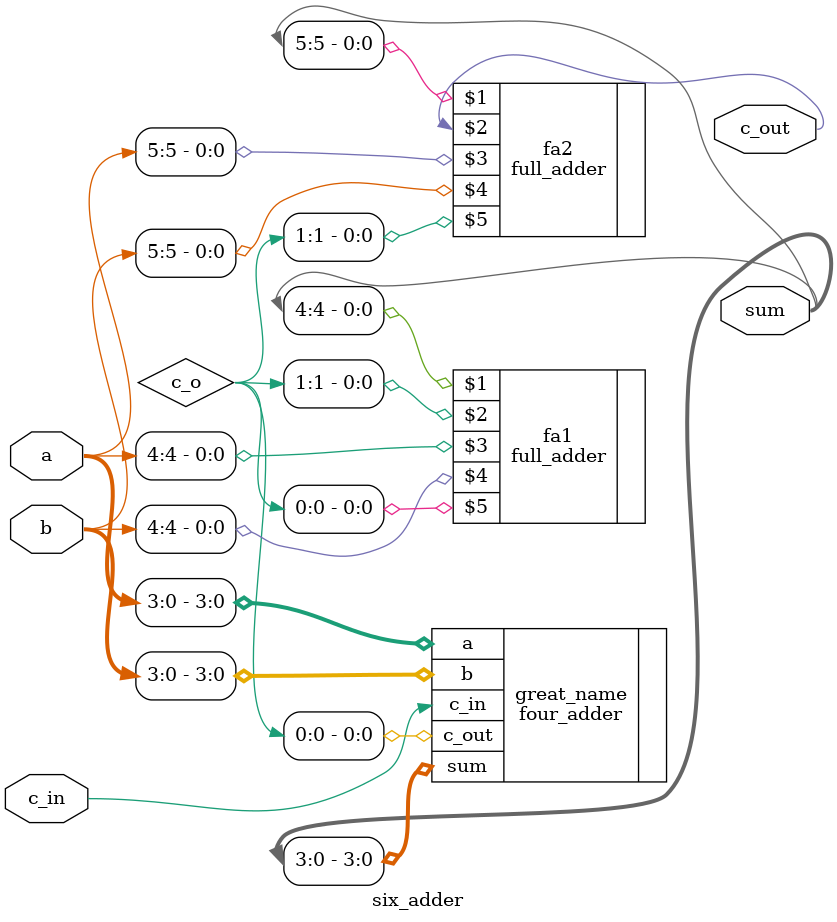
<source format=v>
`timescale 1ns / 1ps


module six_adder(
        output[5:0] sum,
        output c_out,
        input[5:0] a, b,
        input c_in);
        
    wire [1:0] c_o;
    four_adder great_name(.sum(sum[3:0]), .c_out(c_o[0]), .a(a[3:0]), .b(b[3:0]), .c_in(c_in)); 
    full_adder fa1(sum[4],c_o[1],a[4],b[4],c_o[0]); //1-bit adder
    full_adder fa2(sum[5],c_out,a[5],b[5],c_o[1]); //1-bit adder

endmodule

</source>
